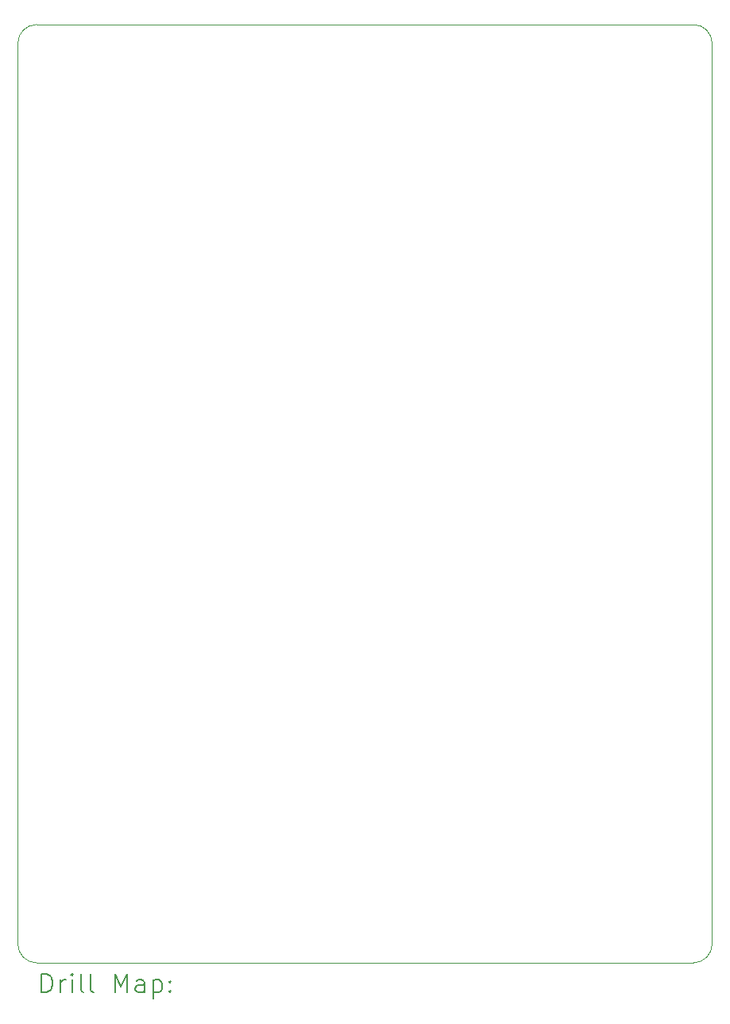
<source format=gbr>
%FSLAX45Y45*%
G04 Gerber Fmt 4.5, Leading zero omitted, Abs format (unit mm)*
G04 Created by KiCad (PCBNEW (6.0.1)) date 2025-03-11 18:24:47*
%MOMM*%
%LPD*%
G01*
G04 APERTURE LIST*
%TA.AperFunction,Profile*%
%ADD10C,0.100000*%
%TD*%
%ADD11C,0.200000*%
G04 APERTURE END LIST*
D10*
X16700000Y-6200000D02*
X16700000Y-15800000D01*
X9300000Y-15800000D02*
G75*
G03*
X9500000Y-16000000I200000J0D01*
G01*
X9500000Y-6000000D02*
X16500000Y-6000000D01*
X9500000Y-6000000D02*
G75*
G03*
X9300000Y-6200000I0J-200000D01*
G01*
X16500000Y-16000000D02*
X9500000Y-16000000D01*
X9300000Y-15800000D02*
X9300000Y-6200000D01*
X16700000Y-6200000D02*
G75*
G03*
X16500000Y-6000000I-200000J0D01*
G01*
X16500000Y-16000000D02*
G75*
G03*
X16700000Y-15800000I0J200000D01*
G01*
D11*
X9552619Y-16315476D02*
X9552619Y-16115476D01*
X9600238Y-16115476D01*
X9628810Y-16125000D01*
X9647857Y-16144047D01*
X9657381Y-16163095D01*
X9666905Y-16201190D01*
X9666905Y-16229762D01*
X9657381Y-16267857D01*
X9647857Y-16286905D01*
X9628810Y-16305952D01*
X9600238Y-16315476D01*
X9552619Y-16315476D01*
X9752619Y-16315476D02*
X9752619Y-16182143D01*
X9752619Y-16220238D02*
X9762143Y-16201190D01*
X9771667Y-16191666D01*
X9790714Y-16182143D01*
X9809762Y-16182143D01*
X9876429Y-16315476D02*
X9876429Y-16182143D01*
X9876429Y-16115476D02*
X9866905Y-16125000D01*
X9876429Y-16134524D01*
X9885952Y-16125000D01*
X9876429Y-16115476D01*
X9876429Y-16134524D01*
X10000238Y-16315476D02*
X9981190Y-16305952D01*
X9971667Y-16286905D01*
X9971667Y-16115476D01*
X10105000Y-16315476D02*
X10085952Y-16305952D01*
X10076429Y-16286905D01*
X10076429Y-16115476D01*
X10333571Y-16315476D02*
X10333571Y-16115476D01*
X10400238Y-16258333D01*
X10466905Y-16115476D01*
X10466905Y-16315476D01*
X10647857Y-16315476D02*
X10647857Y-16210714D01*
X10638333Y-16191666D01*
X10619286Y-16182143D01*
X10581190Y-16182143D01*
X10562143Y-16191666D01*
X10647857Y-16305952D02*
X10628810Y-16315476D01*
X10581190Y-16315476D01*
X10562143Y-16305952D01*
X10552619Y-16286905D01*
X10552619Y-16267857D01*
X10562143Y-16248809D01*
X10581190Y-16239286D01*
X10628810Y-16239286D01*
X10647857Y-16229762D01*
X10743095Y-16182143D02*
X10743095Y-16382143D01*
X10743095Y-16191666D02*
X10762143Y-16182143D01*
X10800238Y-16182143D01*
X10819286Y-16191666D01*
X10828810Y-16201190D01*
X10838333Y-16220238D01*
X10838333Y-16277381D01*
X10828810Y-16296428D01*
X10819286Y-16305952D01*
X10800238Y-16315476D01*
X10762143Y-16315476D01*
X10743095Y-16305952D01*
X10924048Y-16296428D02*
X10933571Y-16305952D01*
X10924048Y-16315476D01*
X10914524Y-16305952D01*
X10924048Y-16296428D01*
X10924048Y-16315476D01*
X10924048Y-16191666D02*
X10933571Y-16201190D01*
X10924048Y-16210714D01*
X10914524Y-16201190D01*
X10924048Y-16191666D01*
X10924048Y-16210714D01*
M02*

</source>
